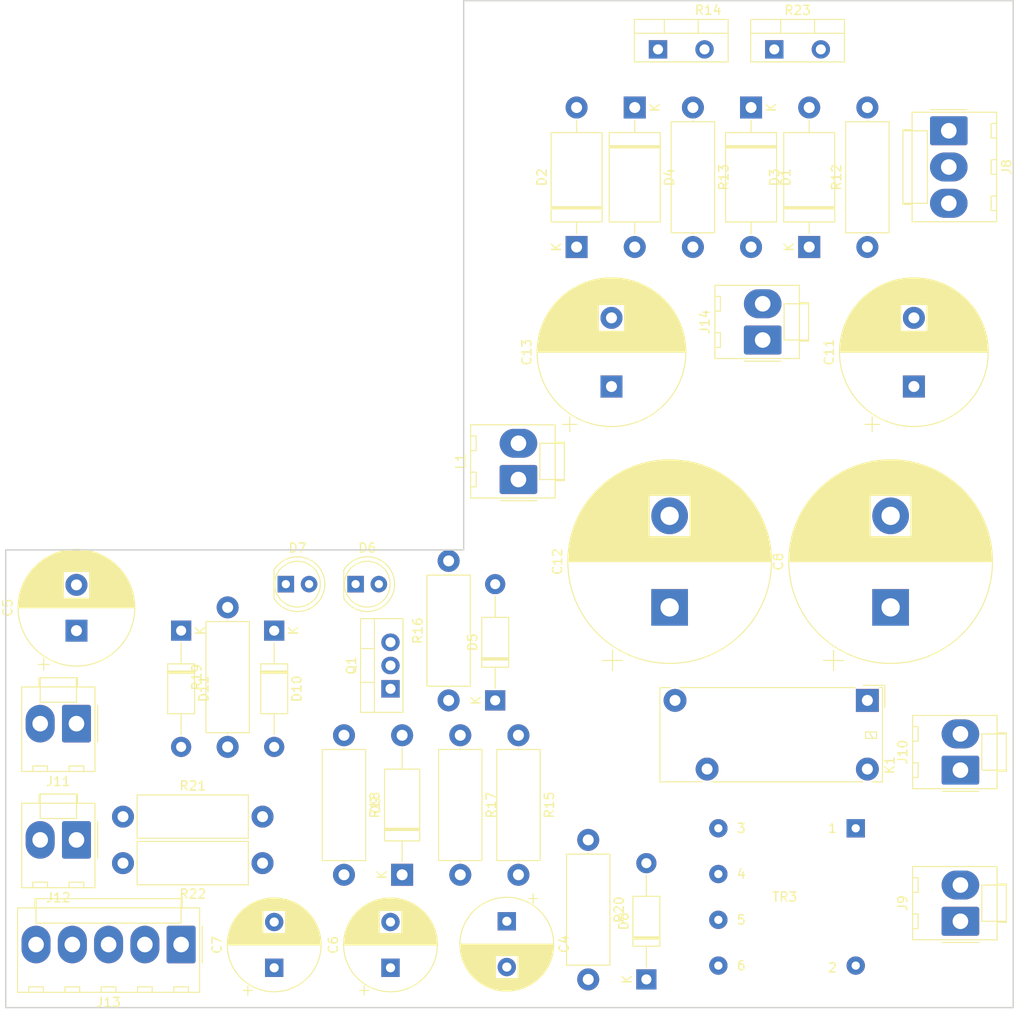
<source format=kicad_pcb>
(kicad_pcb (version 20171130) (host pcbnew "(5.1.6)-1")
  (layers (0 F.Cu signal) (31 B.Cu signal) (34 B.Paste user) (35 F.Paste user) (36 B.SilkS user) (37 F.SilkS user) (38 B.Mask user) (39 F.Mask user) (44 Edge.Cuts user))
  (net 0 "")
  (net 1 "Net-(C4-Pad1)")
  (net 2 "Net-(C4-Pad2)")
  (net 3 "Net-(C5-Pad1)")
  (net 4 "Net-(C6-Pad1)")
  (net 5 "Net-(C7-Pad1)")
  (net 6 /0v)
  (net 7 "Net-(C11-Pad1)")
  (net 8 /OPT/+340v)
  (net 9 /+330v)
  (net 10 /PowerSupply/K3)
  (net 11 /PowerSupply/K4)
  (net 12 "Net-(D1-Pad2)")
  (net 13 "Net-(D2-Pad2)")
  (net 14 "Net-(D3-Pad2)")
  (net 15 "Net-(D4-Pad2)")
  (net 16 "Net-(D5-Pad2)")
  (net 17 "Net-(D6-Pad1)")
  (net 18 "Net-(D6-Pad2)")
  (net 19 "Net-(D7-Pad1)")
  (net 20 "Net-(D10-Pad1)")
  (net 21 /+6.3v)
  (net 22 /-6.3v)
  (net 23 /PowerSupply/HT1)
  (net 24 /PowerSupply/HT2)
  (net 25 /PowerSupply/L)
  (net 26 /PowerSupply/N)
  (net 27 /PowerSupply/Com)
  (net 28 "Net-(TR3-Pad4)")
  (module Package_TO_SOT_THT:TO-220-2_Vertical (layer F.Cu) (at 236.22 20.32)
    (fp_text reference R14 (at 5.475 -4.29) (layer F.SilkS))
    (fp_text value "270 20W")
    (pad 2 thru_hole oval (at 5.08 0) (size 2 2) (drill 1.1) (layers *.Cu *.Mask) (net 8 /OPT/+340v))
    (pad 1 thru_hole rect (at 0 0) (size 2 2) (drill 1.1) (layers *.Cu *.Mask) (net 7 "Net-(C11-Pad1)"))
  )
  (module Capacitor_THT:CP_Radial_D10.0mm_P5.00mm (layer F.Cu) (at 219.71 115.57 270)
    (fp_text reference C4 (at 2.5 -6.25 90) (layer F.SilkS))
    (fp_text value 470u)
    (pad 1 thru_hole rect (at 0 0 270) (size 2 2) (drill 1) (layers *.Cu *.Mask) (net 1 "Net-(C4-Pad1)"))
    (pad 2 thru_hole circle (at 5 0 270) (size 2 2) (drill 1) (layers *.Cu *.Mask) (net 2 "Net-(C4-Pad2)"))
  )
  (module Capacitor_THT:CP_Radial_D12.5mm_P5.00mm (layer F.Cu) (at 172.72 83.82 90)
    (fp_text reference C5 (at 2.5 -7.5 90) (layer F.SilkS))
    (fp_text value 10u)
    (pad 1 thru_hole rect (at 0 0 90) (size 2.4 2.4) (drill 1.2) (layers *.Cu *.Mask) (net 3 "Net-(C5-Pad1)"))
    (pad 2 thru_hole circle (at 5 0 90) (size 2.4 2.4) (drill 1.2) (layers *.Cu *.Mask) (net 2 "Net-(C4-Pad2)"))
  )
  (module Capacitor_THT:CP_Radial_D10.0mm_P5.00mm (layer F.Cu) (at 207.01 120.65 90)
    (fp_text reference C6 (at 2.5 -6.25 90) (layer F.SilkS))
    (fp_text value 470u)
    (pad 2 thru_hole circle (at 5 0 90) (size 2 2) (drill 1) (layers *.Cu *.Mask) (net 2 "Net-(C4-Pad2)"))
    (pad 1 thru_hole rect (at 0 0 90) (size 2 2) (drill 1) (layers *.Cu *.Mask) (net 4 "Net-(C6-Pad1)"))
  )
  (module Capacitor_THT:CP_Radial_D10.0mm_P5.00mm (layer F.Cu) (at 194.31 120.65 90)
    (fp_text reference C7 (at 2.5 -6.25 90) (layer F.SilkS))
    (fp_text value 470u)
    (pad 1 thru_hole rect (at 0 0 90) (size 2 2) (drill 1) (layers *.Cu *.Mask) (net 5 "Net-(C7-Pad1)"))
    (pad 2 thru_hole circle (at 5 0 90) (size 2 2) (drill 1) (layers *.Cu *.Mask) (net 2 "Net-(C4-Pad2)"))
  )
  (module Capacitor_THT:CP_Radial_D16.0mm_P7.50mm (layer F.Cu) (at 264.16 57.15 90)
    (fp_text reference C11 (at 3.75 -9.25 90) (layer F.SilkS))
    (fp_text value "47u 450v")
    (pad 2 thru_hole circle (at 7.5 0 90) (size 2.4 2.4) (drill 1.2) (layers *.Cu *.Mask) (net 6 /0v))
    (pad 1 thru_hole rect (at 0 0 90) (size 2.4 2.4) (drill 1.2) (layers *.Cu *.Mask) (net 7 "Net-(C11-Pad1)"))
  )
  (module Capacitor_THT:CP_Radial_D16.0mm_P7.50mm (layer F.Cu) (at 231.14 57.15 90)
    (fp_text reference C13 (at 3.75 -9.25 90) (layer F.SilkS))
    (fp_text value "47u 450v")
    (pad 1 thru_hole rect (at 0 0 90) (size 2.4 2.4) (drill 1.2) (layers *.Cu *.Mask) (net 9 /+330v))
    (pad 2 thru_hole circle (at 7.5 0 90) (size 2.4 2.4) (drill 1.2) (layers *.Cu *.Mask) (net 6 /0v))
  )
  (module Diode_THT:D_DO-27_P15.24mm_Horizontal (layer F.Cu) (at 246.38 26.67 270)
    (fp_text reference D1 (at 7.62 -3.785 90) (layer F.SilkS))
    (fp_text value ~)
    (fp_text user K (at 0 -2.2 90) (layer F.SilkS))
    (pad 2 thru_hole oval (at 15.24 0 270) (size 2.4 2.4) (drill 1.2) (layers *.Cu *.Mask) (net 12 "Net-(D1-Pad2)"))
    (pad 1 thru_hole rect (at 0 0 270) (size 2.4 2.4) (drill 1.2) (layers *.Cu *.Mask) (net 7 "Net-(C11-Pad1)"))
  )
  (module Diode_THT:D_DO-27_P15.24mm_Horizontal (layer F.Cu) (at 227.33 41.91 90)
    (fp_text reference D2 (at 7.62 -3.785 90) (layer F.SilkS))
    (fp_text value ~)
    (fp_text user K (at 0 -2.2 90) (layer F.SilkS))
    (pad 1 thru_hole rect (at 0 0 90) (size 2.4 2.4) (drill 1.2) (layers *.Cu *.Mask) (net 7 "Net-(C11-Pad1)"))
    (pad 2 thru_hole oval (at 15.24 0 90) (size 2.4 2.4) (drill 1.2) (layers *.Cu *.Mask) (net 13 "Net-(D2-Pad2)"))
  )
  (module Diode_THT:D_DO-27_P15.24mm_Horizontal (layer F.Cu) (at 252.73 41.91 90)
    (fp_text reference D3 (at 7.62 -3.785 90) (layer F.SilkS))
    (fp_text value 1N5408)
    (fp_text user K (at 0 -2.2 90) (layer F.SilkS))
    (pad 1 thru_hole rect (at 0 0 90) (size 2.4 2.4) (drill 1.2) (layers *.Cu *.Mask) (net 12 "Net-(D1-Pad2)"))
    (pad 2 thru_hole oval (at 15.24 0 90) (size 2.4 2.4) (drill 1.2) (layers *.Cu *.Mask) (net 14 "Net-(D3-Pad2)"))
  )
  (module Diode_THT:D_DO-27_P15.24mm_Horizontal (layer F.Cu) (at 233.68 26.67 270)
    (fp_text reference D4 (at 7.62 -3.785 90) (layer F.SilkS))
    (fp_text value ~)
    (fp_text user K (at 0 -2.2 90) (layer F.SilkS))
    (pad 2 thru_hole oval (at 15.24 0 270) (size 2.4 2.4) (drill 1.2) (layers *.Cu *.Mask) (net 15 "Net-(D4-Pad2)"))
    (pad 1 thru_hole rect (at 0 0 270) (size 2.4 2.4) (drill 1.2) (layers *.Cu *.Mask) (net 13 "Net-(D2-Pad2)"))
  )
  (module Diode_THT:D_DO-41_SOD81_P12.70mm_Horizontal (layer F.Cu) (at 218.44 91.44 90)
    (fp_text reference D5 (at 6.35 -2.47 90) (layer F.SilkS))
    (fp_text value 1N4004)
    (fp_text user K (at 0 -2.1 90) (layer F.SilkS))
    (pad 2 thru_hole oval (at 12.7 0 90) (size 2.2 2.2) (drill 1.1) (layers *.Cu *.Mask) (net 16 "Net-(D5-Pad2)"))
    (pad 1 thru_hole rect (at 0 0 90) (size 2.2 2.2) (drill 1.1) (layers *.Cu *.Mask) (net 1 "Net-(C4-Pad1)"))
  )
  (module LED_THT:LED_D5.0mm (layer F.Cu) (at 203.2 78.74)
    (fp_text reference D6 (at 1.27 -3.96) (layer F.SilkS))
    (fp_text value LED)
    (pad 1 thru_hole rect (at 0 0) (size 1.8 1.8) (drill 0.9) (layers *.Cu *.Mask) (net 17 "Net-(D6-Pad1)"))
    (pad 2 thru_hole circle (at 2.54 0) (size 1.8 1.8) (drill 0.9) (layers *.Cu *.Mask) (net 18 "Net-(D6-Pad2)"))
  )
  (module LED_THT:LED_D5.0mm (layer F.Cu) (at 195.58 78.74)
    (fp_text reference D7 (at 1.27 -3.96) (layer F.SilkS))
    (fp_text value LED)
    (pad 2 thru_hole circle (at 2.54 0) (size 1.8 1.8) (drill 0.9) (layers *.Cu *.Mask) (net 17 "Net-(D6-Pad1)"))
    (pad 1 thru_hole rect (at 0 0) (size 1.8 1.8) (drill 0.9) (layers *.Cu *.Mask) (net 19 "Net-(D7-Pad1)"))
  )
  (module Diode_THT:D_DO-41_SOD81_P12.70mm_Horizontal (layer F.Cu) (at 234.95 121.92 90)
    (fp_text reference D8 (at 6.35 -2.47 90) (layer F.SilkS))
    (fp_text value 1N4004)
    (fp_text user K (at 0 -2.1 90) (layer F.SilkS))
    (pad 2 thru_hole oval (at 12.7 0 90) (size 2.2 2.2) (drill 1.1) (layers *.Cu *.Mask) (net 17 "Net-(D6-Pad1)"))
    (pad 1 thru_hole rect (at 0 0 90) (size 2.2 2.2) (drill 1.1) (layers *.Cu *.Mask) (net 1 "Net-(C4-Pad1)"))
  )
  (module Diode_THT:D_DO-15_P15.24mm_Horizontal (layer F.Cu) (at 208.28 110.49 90)
    (fp_text reference D9 (at 7.62 -2.92 90) (layer F.SilkS))
    (fp_text value "10v 5W")
    (fp_text user K (at 0 -2.2 90) (layer F.SilkS))
    (pad 1 thru_hole rect (at 0 0 90) (size 2.4 2.4) (drill 1.2) (layers *.Cu *.Mask) (net 20 "Net-(D10-Pad1)"))
    (pad 2 thru_hole oval (at 15.24 0 90) (size 2.4 2.4) (drill 1.2) (layers *.Cu *.Mask) (net 3 "Net-(C5-Pad1)"))
  )
  (module Diode_THT:D_DO-41_SOD81_P12.70mm_Horizontal (layer F.Cu) (at 194.31 83.82 270)
    (fp_text reference D10 (at 6.35 -2.47 90) (layer F.SilkS))
    (fp_text value 1N4004)
    (fp_text user K (at 0 -2.1 90) (layer F.SilkS))
    (pad 1 thru_hole rect (at 0 0 270) (size 2.2 2.2) (drill 1.1) (layers *.Cu *.Mask) (net 20 "Net-(D10-Pad1)"))
    (pad 2 thru_hole oval (at 12.7 0 270) (size 2.2 2.2) (drill 1.1) (layers *.Cu *.Mask) (net 4 "Net-(C6-Pad1)"))
  )
  (module Diode_THT:D_DO-41_SOD81_P12.70mm_Horizontal (layer F.Cu) (at 184.15 83.82 270)
    (fp_text reference D11 (at 6.35 -2.47 90) (layer F.SilkS))
    (fp_text value 1N4004)
    (fp_text user K (at 0 -2.1 90) (layer F.SilkS))
    (pad 1 thru_hole rect (at 0 0 270) (size 2.2 2.2) (drill 1.1) (layers *.Cu *.Mask) (net 20 "Net-(D10-Pad1)"))
    (pad 2 thru_hole oval (at 12.7 0 270) (size 2.2 2.2) (drill 1.1) (layers *.Cu *.Mask) (net 5 "Net-(C7-Pad1)"))
  )
  (module Connector_Molex:Molex_KK-396_A-41791-0003_1x03_P3.96mm_Vertical (layer F.Cu) (at 267.97 29.21 270)
    (fp_text reference J8 (at 3.96 -6.31 90) (layer F.SilkS))
    (fp_text value ~)
    (pad 1 thru_hole roundrect (at 0 0 270) (size 3.16 4.1) (drill 1.7) (layers *.Cu *.Mask) (roundrect_rratio 0.079114) (net 23 /PowerSupply/HT1))
    (pad 2 thru_hole oval (at 3.96 0 270) (size 3.16 4.1) (drill 1.7) (layers *.Cu *.Mask) (net 6 /0v))
    (pad 3 thru_hole oval (at 7.92 0 270) (size 3.16 4.1) (drill 1.7) (layers *.Cu *.Mask) (net 24 /PowerSupply/HT2))
  )
  (module Relay_THT:Relay_1P1T_NO_10x24x18.8mm_Panasonic_ADW11xxxxW_THT (layer F.Cu) (at 259.08 91.44 270)
    (fp_text reference K1 (at 7.08 -2.46 270) (layer F.SilkS))
    (fp_text value ADW11)
    (pad 1 thru_hole rect (at 0 0 270) (size 2.5 2.5) (drill 1.2) (layers *.Cu *.Mask) (net 1 "Net-(C4-Pad1)"))
    (pad 3 thru_hole oval (at 0 21 270) (size 2.5 2.5) (drill 1.2) (layers *.Cu *.Mask) (net 26 /PowerSupply/N))
    (pad 5 thru_hole oval (at 7.5 17.5 270) (size 2.5 2.5) (drill 1.2) (layers *.Cu *.Mask) (net 27 /PowerSupply/Com))
    (pad 6 thru_hole oval (at 7.5 0 270) (size 2.5 2.5) (drill 1.2) (layers *.Cu *.Mask) (net 17 "Net-(D6-Pad1)"))
  )
  (module Package_TO_SOT_THT:TO-220-3_Vertical (layer F.Cu) (at 207.01 90.17 90)
    (fp_text reference Q1 (at 2.54 -4.27 90) (layer F.SilkS))
    (fp_text value TIC106)
    (pad 1 thru_hole rect (at 0 0 90) (size 1.905 2) (drill 1.1) (layers *.Cu *.Mask) (net 2 "Net-(C4-Pad2)"))
    (pad 2 thru_hole oval (at 2.54 0 90) (size 1.905 2) (drill 1.1) (layers *.Cu *.Mask) (net 17 "Net-(D6-Pad1)"))
    (pad 3 thru_hole oval (at 5.08 0 90) (size 1.905 2) (drill 1.1) (layers *.Cu *.Mask) (net 3 "Net-(C5-Pad1)"))
  )
  (module Resistor_THT:R_Axial_DIN0414_L11.9mm_D4.5mm_P15.24mm_Horizontal (layer F.Cu) (at 259.08 41.91 90)
    (fp_text reference R12 (at 7.62 -3.37 90) (layer F.SilkS))
    (fp_text value "47 5W")
    (pad 1 thru_hole circle (at 0 0 90) (size 2.4 2.4) (drill 1.2) (layers *.Cu *.Mask) (net 24 /PowerSupply/HT2))
    (pad 2 thru_hole oval (at 15.24 0 90) (size 2.4 2.4) (drill 1.2) (layers *.Cu *.Mask) (net 14 "Net-(D3-Pad2)"))
  )
  (module Resistor_THT:R_Axial_DIN0414_L11.9mm_D4.5mm_P15.24mm_Horizontal (layer F.Cu) (at 240.03 26.67 270)
    (fp_text reference R13 (at 7.62 -3.37 90) (layer F.SilkS))
    (fp_text value "47 5W")
    (pad 1 thru_hole circle (at 0 0 270) (size 2.4 2.4) (drill 1.2) (layers *.Cu *.Mask) (net 23 /PowerSupply/HT1))
    (pad 2 thru_hole oval (at 15.24 0 270) (size 2.4 2.4) (drill 1.2) (layers *.Cu *.Mask) (net 15 "Net-(D4-Pad2)"))
  )
  (module Resistor_THT:R_Axial_DIN0414_L11.9mm_D4.5mm_P15.24mm_Horizontal (layer F.Cu) (at 220.98 95.25 270)
    (fp_text reference R15 (at 7.62 -3.37 90) (layer F.SilkS))
    (fp_text value 1K5)
    (pad 2 thru_hole oval (at 15.24 0 270) (size 2.4 2.4) (drill 1.2) (layers *.Cu *.Mask) (net 2 "Net-(C4-Pad2)"))
    (pad 1 thru_hole circle (at 0 0 270) (size 2.4 2.4) (drill 1.2) (layers *.Cu *.Mask) (net 1 "Net-(C4-Pad1)"))
  )
  (module Resistor_THT:R_Axial_DIN0414_L11.9mm_D4.5mm_P15.24mm_Horizontal (layer F.Cu) (at 213.36 91.44 90)
    (fp_text reference R16 (at 7.62 -3.37 90) (layer F.SilkS))
    (fp_text value 1K2)
    (pad 2 thru_hole oval (at 15.24 0 90) (size 2.4 2.4) (drill 1.2) (layers *.Cu *.Mask) (net 18 "Net-(D6-Pad2)"))
    (pad 1 thru_hole circle (at 0 0 90) (size 2.4 2.4) (drill 1.2) (layers *.Cu *.Mask) (net 1 "Net-(C4-Pad1)"))
  )
  (module Resistor_THT:R_Axial_DIN0414_L11.9mm_D4.5mm_P15.24mm_Horizontal (layer F.Cu) (at 214.63 95.25 270)
    (fp_text reference R17 (at 7.62 -3.37 90) (layer F.SilkS))
    (fp_text value 1K2)
    (pad 2 thru_hole oval (at 15.24 0 270) (size 2.4 2.4) (drill 1.2) (layers *.Cu *.Mask) (net 2 "Net-(C4-Pad2)"))
    (pad 1 thru_hole circle (at 0 0 270) (size 2.4 2.4) (drill 1.2) (layers *.Cu *.Mask) (net 19 "Net-(D7-Pad1)"))
  )
  (module Resistor_THT:R_Axial_DIN0414_L11.9mm_D4.5mm_P15.24mm_Horizontal (layer F.Cu) (at 201.93 95.25 270)
    (fp_text reference R18 (at 7.62 -3.37 90) (layer F.SilkS))
    (fp_text value 2K7)
    (pad 2 thru_hole oval (at 15.24 0 270) (size 2.4 2.4) (drill 1.2) (layers *.Cu *.Mask) (net 2 "Net-(C4-Pad2)"))
    (pad 1 thru_hole circle (at 0 0 270) (size 2.4 2.4) (drill 1.2) (layers *.Cu *.Mask) (net 3 "Net-(C5-Pad1)"))
  )
  (module Resistor_THT:R_Axial_DIN0414_L11.9mm_D4.5mm_P15.24mm_Horizontal (layer F.Cu) (at 189.23 96.52 90)
    (fp_text reference R19 (at 7.62 -3.37 90) (layer F.SilkS))
    (fp_text value 6K8)
    (pad 2 thru_hole oval (at 15.24 0 90) (size 2.4 2.4) (drill 1.2) (layers *.Cu *.Mask) (net 2 "Net-(C4-Pad2)"))
    (pad 1 thru_hole circle (at 0 0 90) (size 2.4 2.4) (drill 1.2) (layers *.Cu *.Mask) (net 4 "Net-(C6-Pad1)"))
  )
  (module Resistor_THT:R_Axial_DIN0414_L11.9mm_D4.5mm_P15.24mm_Horizontal (layer F.Cu) (at 228.6 106.68 270)
    (fp_text reference R20 (at 7.62 -3.37 90) (layer F.SilkS))
    (fp_text value 18K)
    (pad 1 thru_hole circle (at 0 0 270) (size 2.4 2.4) (drill 1.2) (layers *.Cu *.Mask) (net 10 /PowerSupply/K3))
    (pad 2 thru_hole oval (at 15.24 0 270) (size 2.4 2.4) (drill 1.2) (layers *.Cu *.Mask) (net 4 "Net-(C6-Pad1)"))
  )
  (module Resistor_THT:R_Axial_DIN0414_L11.9mm_D4.5mm_P15.24mm_Horizontal (layer F.Cu) (at 177.8 104.14)
    (fp_text reference R21 (at 7.62 -3.37) (layer F.SilkS))
    (fp_text value 6K8)
    (pad 1 thru_hole circle (at 0 0) (size 2.4 2.4) (drill 1.2) (layers *.Cu *.Mask) (net 5 "Net-(C7-Pad1)"))
    (pad 2 thru_hole oval (at 15.24 0) (size 2.4 2.4) (drill 1.2) (layers *.Cu *.Mask) (net 2 "Net-(C4-Pad2)"))
  )
  (module Resistor_THT:R_Axial_DIN0414_L11.9mm_D4.5mm_P15.24mm_Horizontal (layer F.Cu) (at 193.04 109.22 180)
    (fp_text reference R22 (at 7.62 -3.37) (layer F.SilkS))
    (fp_text value 18K)
    (pad 2 thru_hole oval (at 15.24 0 180) (size 2.4 2.4) (drill 1.2) (layers *.Cu *.Mask) (net 5 "Net-(C7-Pad1)"))
    (pad 1 thru_hole circle (at 0 0 180) (size 2.4 2.4) (drill 1.2) (layers *.Cu *.Mask) (net 11 /PowerSupply/K4))
  )
  (module Connector_Molex:Molex_KK-396_A-41791-0002_1x02_P3.96mm_Vertical (layer F.Cu) (at 269.24 115.57 90)
    (fp_text reference J9 (at 1.98 -6.31 90) (layer F.SilkS))
    (fp_text value ~)
    (pad 2 thru_hole oval (at 3.96 0 90) (size 3.16 4.1) (drill 1.7) (layers *.Cu *.Mask) (net 25 /PowerSupply/L))
    (pad 1 thru_hole roundrect (at 0 0 90) (size 3.16 4.1) (drill 1.7) (layers *.Cu *.Mask) (roundrect_rratio 0.079114) (net 26 /PowerSupply/N))
  )
  (module Connector_Molex:Molex_KK-396_A-41791-0002_1x02_P3.96mm_Vertical (layer F.Cu) (at 269.24 99.06 90)
    (fp_text reference J10 (at 1.98 -6.31 90) (layer F.SilkS))
    (fp_text value ~)
    (pad 1 thru_hole roundrect (at 0 0 90) (size 3.16 4.1) (drill 1.7) (layers *.Cu *.Mask) (roundrect_rratio 0.079114) (net 27 /PowerSupply/Com))
    (pad 2 thru_hole oval (at 3.96 0 90) (size 3.16 4.1) (drill 1.7) (layers *.Cu *.Mask) (net 25 /PowerSupply/L))
  )
  (module Connector_Molex:Molex_KK-396_A-41791-0002_1x02_P3.96mm_Vertical (layer F.Cu) (at 172.72 93.98 180)
    (fp_text reference J11 (at 1.98 -6.31) (layer F.SilkS))
    (fp_text value ~)
    (pad 2 thru_hole oval (at 3.96 0 180) (size 3.16 4.1) (drill 1.7) (layers *.Cu *.Mask) (net 21 /+6.3v))
    (pad 1 thru_hole roundrect (at 0 0 180) (size 3.16 4.1) (drill 1.7) (layers *.Cu *.Mask) (roundrect_rratio 0.079114) (net 22 /-6.3v))
  )
  (module Connector_Molex:Molex_KK-396_A-41791-0002_1x02_P3.96mm_Vertical (layer F.Cu) (at 172.72 106.68 180)
    (fp_text reference J12 (at 1.98 -6.31) (layer F.SilkS))
    (fp_text value ~)
    (pad 1 thru_hole roundrect (at 0 0 180) (size 3.16 4.1) (drill 1.7) (layers *.Cu *.Mask) (roundrect_rratio 0.079114) (net 22 /-6.3v))
    (pad 2 thru_hole oval (at 3.96 0 180) (size 3.16 4.1) (drill 1.7) (layers *.Cu *.Mask) (net 21 /+6.3v))
  )
  (module Connector_Molex:Molex_KK-396_A-41791-0005_1x05_P3.96mm_Vertical (layer F.Cu) (at 184.15 118.11 180)
    (fp_text reference J13 (at 7.92 -6.31) (layer F.SilkS))
    (fp_text value ~)
    (pad 1 thru_hole roundrect (at 0 0 180) (size 3.16 4.1) (drill 1.7) (layers *.Cu *.Mask) (roundrect_rratio 0.079114) (net 11 /PowerSupply/K4))
    (pad 2 thru_hole oval (at 3.96 0 180) (size 3.16 4.1) (drill 1.7) (layers *.Cu *.Mask) (net 10 /PowerSupply/K3))
    (pad 3 thru_hole oval (at 7.92 0 180) (size 3.16 4.1) (drill 1.7) (layers *.Cu *.Mask) (net 9 /+330v))
    (pad 4 thru_hole oval (at 11.88 0 180) (size 3.16 4.1) (drill 1.7) (layers *.Cu *.Mask) (net 22 /-6.3v))
    (pad 5 thru_hole oval (at 15.84 0 180) (size 3.16 4.1) (drill 1.7) (layers *.Cu *.Mask) (net 21 /+6.3v))
  )
  (module Connector_Molex:Molex_KK-396_A-41791-0002_1x02_P3.96mm_Vertical (layer F.Cu) (at 247.65 52.07 90)
    (fp_text reference J14 (at 1.98 -6.31 90) (layer F.SilkS))
    (fp_text value ~)
    (pad 2 thru_hole oval (at 3.96 0 90) (size 3.16 4.1) (drill 1.7) (layers *.Cu *.Mask) (net 8 /OPT/+340v))
    (pad 1 thru_hole roundrect (at 0 0 90) (size 3.16 4.1) (drill 1.7) (layers *.Cu *.Mask) (roundrect_rratio 0.079114) (net 6 /0v))
  )
  (module Capacitor_THT:CP_Radial_D22.0mm_P10.00mm_SnapIn (layer F.Cu) (at 261.62 81.28 90)
    (fp_text reference C8 (at 5 -12.25 90) (layer F.SilkS))
    (fp_text value "220u 450v")
    (pad 2 thru_hole circle (at 10 0 90) (size 4 4) (drill 2) (layers *.Cu *.Mask) (net 6 /0v))
    (pad 1 thru_hole rect (at 0 0 90) (size 4 4) (drill 2) (layers *.Cu *.Mask) (net 8 /OPT/+340v))
  )
  (module Capacitor_THT:CP_Radial_D22.0mm_P10.00mm_SnapIn (layer F.Cu) (at 237.49 81.28 90)
    (fp_text reference C12 (at 5 -12.25 90) (layer F.SilkS))
    (fp_text value "220u 450v")
    (pad 1 thru_hole rect (at 0 0 90) (size 4 4) (drill 2) (layers *.Cu *.Mask) (net 8 /OPT/+340v))
    (pad 2 thru_hole circle (at 10 0 90) (size 4 4) (drill 2) (layers *.Cu *.Mask) (net 6 /0v))
  )
  (module Connector_Molex:Molex_KK-396_A-41791-0002_1x02_P3.96mm_Vertical (layer F.Cu) (at 220.98 67.31 90)
    (fp_text reference L1 (at 1.98 -6.31 90) (layer F.SilkS))
    (fp_text value ~)
    (pad 2 thru_hole oval (at 3.96 0 90) (size 3.16 4.1) (drill 1.7) (layers *.Cu *.Mask) (net 9 /+330v))
    (pad 1 thru_hole roundrect (at 0 0 90) (size 3.16 4.1) (drill 1.7) (layers *.Cu *.Mask) (roundrect_rratio 0.079114) (net 8 /OPT/+340v))
  )
  (module Package_TO_SOT_THT:TO-220-2_Vertical (layer F.Cu) (at 248.92 20.32)
    (fp_text reference R23 (at 2.54 -4.27) (layer F.SilkS))
    (fp_text value "270 20W")
    (pad 1 thru_hole rect (at 0 0) (size 2 2) (drill 1.1) (layers *.Cu *.Mask) (net 7 "Net-(C11-Pad1)"))
    (pad 2 thru_hole oval (at 5.08 0) (size 2 2) (drill 1.1) (layers *.Cu *.Mask) (net 8 /OPT/+340v))
  )
  (module KIT:Transformer_22x22.7 (layer F.Cu) (at 257.81 105.41 180)
    (fp_text reference TR3 (at 7.75 -7.5) (layer F.SilkS))
    (fp_text value ~)
    (fp_text user 1 (at 2.54 0) (layer F.SilkS))
    (fp_text user 2 (at 2.54 -15.24) (layer F.SilkS))
    (fp_text user 3 (at 12.5 0) (layer F.SilkS))
    (fp_text user 4 (at 12.5 -5) (layer F.SilkS))
    (fp_text user 5 (at 12.5 -10) (layer F.SilkS))
    (fp_text user 6 (at 12.5 -15) (layer F.SilkS))
    (pad 3 thru_hole circle (at 15 0 180) (size 2 2) (drill 0.9) (layers *.Cu *.Mask) (net 16 "Net-(D5-Pad2)"))
    (pad 6 thru_hole circle (at 15 -15 180) (size 2 2) (drill 0.9) (layers *.Cu *.Mask) (net 2 "Net-(C4-Pad2)"))
    (pad 5 thru_hole circle (at 15 -10 180) (size 2 2) (drill 0.9) (layers *.Cu *.Mask) (net 28 "Net-(TR3-Pad4)"))
    (pad 4 thru_hole circle (at 15 -5 180) (size 2 2) (drill 0.9) (layers *.Cu *.Mask) (net 28 "Net-(TR3-Pad4)"))
    (pad 2 thru_hole circle (at 0 -15 180) (size 2 2) (drill 0.9) (layers *.Cu *.Mask) (net 26 /PowerSupply/N))
    (pad 1 thru_hole rect (at 0 0 180) (size 2 2) (drill 0.9) (layers *.Cu *.Mask) (net 25 /PowerSupply/L))
  )
  (gr_line (start 215 75) (end 215 15) (layer Edge.Cuts) (width 0.15))
  (gr_line (start 165 75) (end 215 75) (layer Edge.Cuts) (width 0.15))
  (gr_line (start 165 125) (end 165 75) (layer Edge.Cuts) (width 0.15))
  (gr_line (start 275 125) (end 165 125) (layer Edge.Cuts) (width 0.15))
  (gr_line (start 275 15) (end 275 125) (layer Edge.Cuts) (width 0.15))
  (gr_line (start 215 15) (end 275 15) (layer Edge.Cuts) (width 0.15))
)
</source>
